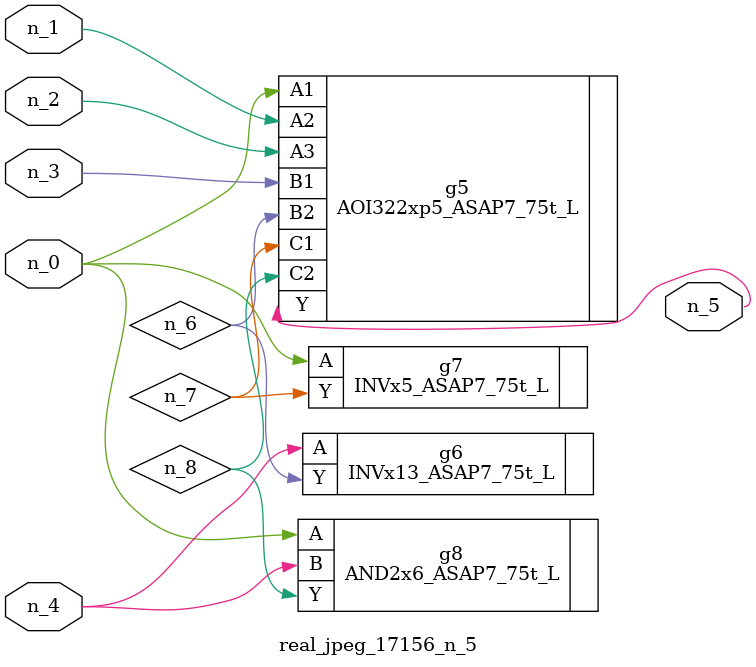
<source format=v>
module real_jpeg_17156_n_5 (n_4, n_0, n_1, n_2, n_3, n_5);

input n_4;
input n_0;
input n_1;
input n_2;
input n_3;

output n_5;

wire n_8;
wire n_6;
wire n_7;

AOI322xp5_ASAP7_75t_L g5 ( 
.A1(n_0),
.A2(n_1),
.A3(n_2),
.B1(n_3),
.B2(n_6),
.C1(n_7),
.C2(n_8),
.Y(n_5)
);

INVx5_ASAP7_75t_L g7 ( 
.A(n_0),
.Y(n_7)
);

AND2x6_ASAP7_75t_L g8 ( 
.A(n_0),
.B(n_4),
.Y(n_8)
);

INVx13_ASAP7_75t_L g6 ( 
.A(n_4),
.Y(n_6)
);


endmodule
</source>
